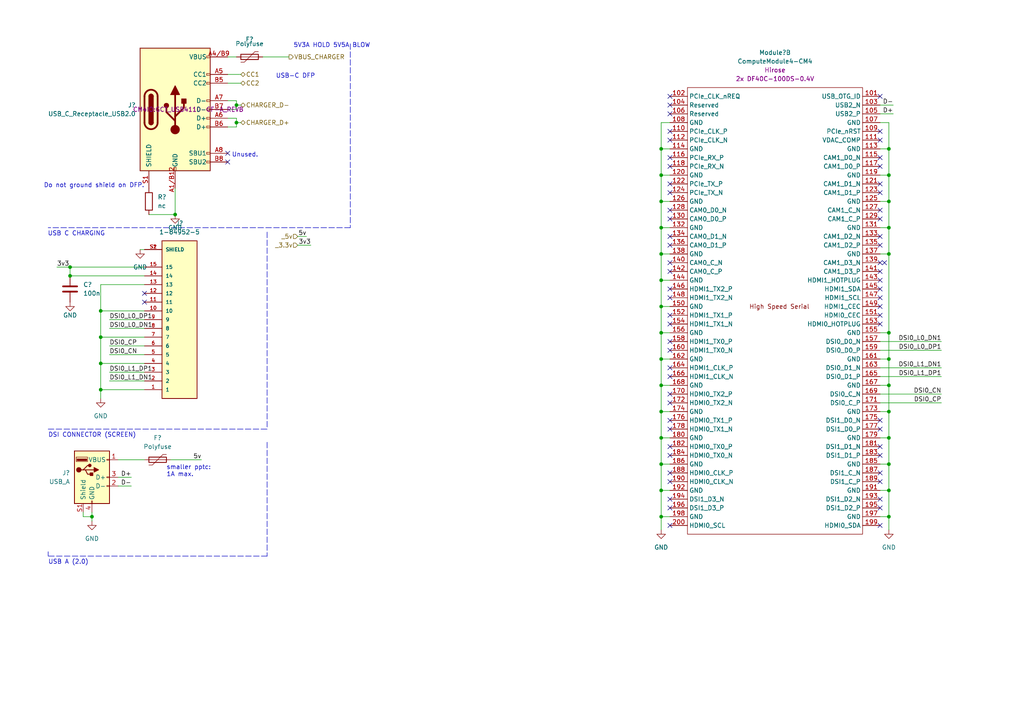
<source format=kicad_sch>
(kicad_sch (version 20211123) (generator eeschema)
  (paper "A4")
  (title_block (date "2022-05-14") (rev "Rev1") (comment 1 "https://github.com/cinnamondev/gamepithing"))
  (lib_symbols
    (symbol "84952-5:1-84952-5" (pin_names (offset 1.016))
      (property "Reference" "J" (at -5.08 24.13 0))
      (property "Value" "1-84952-5" (at -5.08 -25.4 0))
      (symbol "1-84952-5_0_0"
        (rectangle (start -5.08 -22.86) (end 5.08 22.86) (stroke (width 0.254)) (fill (type background)))
        (pin passive line (at -10.16 20.32 0) (length 5.08) (name "1") (number "1"))
        (pin passive line (at -10.16 -2.54 0) (length 5.08) (name "10") (number "10"))
        (pin passive line (at -10.16 -5.08 0) (length 5.08) (name "11") (number "11"))
        (pin passive line (at -10.16 -7.62 0) (length 5.08) (name "12") (number "12"))
        (pin passive line (at -10.16 -10.16 0) (length 5.08) (name "13") (number "13"))
        (pin passive line (at -10.16 -12.7 0) (length 5.08) (name "14") (number "14"))
        (pin passive line (at -10.16 -15.24 0) (length 5.08) (name "15") (number "15"))
        (pin passive line (at -10.16 17.78 0) (length 5.08) (name "2") (number "2"))
        (pin passive line (at -10.16 15.24 0) (length 5.08) (name "3") (number "3"))
        (pin passive line (at -10.16 12.7 0) (length 5.08) (name "4") (number "4"))
        (pin passive line (at -10.16 10.16 0) (length 5.08) (name "5") (number "5"))
        (pin passive line (at -10.16 7.62 0) (length 5.08) (name "6") (number "6"))
        (pin passive line (at -10.16 5.08 0) (length 5.08) (name "7") (number "7"))
        (pin passive line (at -10.16 2.54 0) (length 5.08) (name "8") (number "8"))
        (pin passive line (at -10.16 0 0) (length 5.08) (name "9") (number "9"))
        (pin passive line (at -10.16 -20.32 0) (length 5.08) (name "SHIELD") (number "S1"))
        (pin passive line (at -10.16 -20.32 0) (length 5.08) (name "SHIELD") (number "S2"))
      )
    )
    (symbol "CM4IO:ComputeModule4-CM4"
      (property "Reference" "Module" (at 113.03 -68.58 0))
      (property "Value" "ComputeModule4-CM4" (at 140.97 2.54 0))
      (property "Field4" "Hirose" (at 0 0 0))
      (property "Field5" "2x DF40C-100DS-0.4V" (at 0 -2.54 0))
      (symbol "ComputeModule4-CM4_1_0"
        (text "GPIO" (at 0 6.35 0) (effects (font (size 1.27 1.27))))
      )
      (symbol "ComputeModule4-CM4_1_1"
        (rectangle (start -30.48 -71.12) (end 25.4 58.42))
        (text "600mA Max" (at -8.89 -53.34 0) (effects (font (size 1.27 1.27))))
        (text "600mA Max" (at -8.89 -48.26 0) (effects (font (size 1.27 1.27))))
        (text "NB SD signals are only available" (at -1.27 -27.94 0) (effects (font (size 1.27 1.27))))
        (text "on modules without eMMC" (at -1.27 -30.48 0) (effects (font (size 1.27 1.27))))
        (pin power_in line (at 27.94 55.88 180) (length 2.54) (name "GND") (number "1"))
        (pin passive line (at -33.02 45.72 0) (length 2.54) (name "Ethernet_Pair0_N") (number "10"))
        (pin output line (at -33.02 -68.58 0) (length 2.54) (name "nEXTRST") (number "100"))
        (pin passive line (at 27.94 43.18 180) (length 2.54) (name "Ethernet_Pair2_P") (number "11"))
        (pin passive line (at -33.02 43.18 0) (length 2.54) (name "Ethernet_Pair0_P") (number "12"))
        (pin power_in line (at 27.94 40.64 180) (length 2.54) (name "GND") (number "13"))
        (pin power_in line (at -33.02 40.64 0) (length 2.54) (name "GND") (number "14"))
        (pin output line (at 27.94 38.1 180) (length 2.54) (name "Ethernet_nLED3(3.3v)") (number "15"))
        (pin input line (at -33.02 38.1 0) (length 2.54) (name "Ethernet_SYNC_IN(1.8v)") (number "16"))
        (pin output line (at 27.94 35.56 180) (length 2.54) (name "Ethernet_nLED2(3.3v)") (number "17"))
        (pin input line (at -33.02 35.56 0) (length 2.54) (name "Ethernet_SYNC_OUT(1.8v)") (number "18"))
        (pin output line (at 27.94 33.02 180) (length 2.54) (name "Ethernet_nLED1(3.3v)") (number "19"))
        (pin power_in line (at -33.02 55.88 0) (length 2.54) (name "GND") (number "2"))
        (pin passive line (at -33.02 33.02 0) (length 2.54) (name "EEPROM_nWP") (number "20"))
        (pin open_collector line (at 27.94 30.48 180) (length 2.54) (name "PI_nLED_Activity") (number "21"))
        (pin power_in line (at -33.02 30.48 0) (length 2.54) (name "GND") (number "22"))
        (pin power_in line (at 27.94 27.94 180) (length 2.54) (name "GND") (number "23"))
        (pin passive line (at -33.02 27.94 0) (length 2.54) (name "GPIO26") (number "24"))
        (pin passive line (at 27.94 25.4 180) (length 2.54) (name "GPIO21") (number "25"))
        (pin passive line (at -33.02 25.4 0) (length 2.54) (name "GPIO19") (number "26"))
        (pin passive line (at 27.94 22.86 180) (length 2.54) (name "GPIO20") (number "27"))
        (pin passive line (at -33.02 22.86 0) (length 2.54) (name "GPIO13") (number "28"))
        (pin passive line (at 27.94 20.32 180) (length 2.54) (name "GPIO16") (number "29"))
        (pin passive line (at 27.94 53.34 180) (length 2.54) (name "Ethernet_Pair3_P") (number "3"))
        (pin passive line (at -33.02 20.32 0) (length 2.54) (name "GPIO6") (number "30"))
        (pin passive line (at 27.94 17.78 180) (length 2.54) (name "GPIO12") (number "31"))
        (pin power_in line (at -33.02 17.78 0) (length 2.54) (name "GND") (number "32"))
        (pin power_in line (at 27.94 15.24 180) (length 2.54) (name "GND") (number "33"))
        (pin passive line (at -33.02 15.24 0) (length 2.54) (name "GPIO5") (number "34"))
        (pin passive line (at 27.94 12.7 180) (length 2.54) (name "ID_SC") (number "35"))
        (pin passive line (at -33.02 12.7 0) (length 2.54) (name "ID_SD") (number "36"))
        (pin passive line (at 27.94 10.16 180) (length 2.54) (name "GPIO7") (number "37"))
        (pin passive line (at -33.02 10.16 0) (length 2.54) (name "GPIO11") (number "38"))
        (pin passive line (at 27.94 7.62 180) (length 2.54) (name "GPIO8") (number "39"))
        (pin passive line (at -33.02 53.34 0) (length 2.54) (name "Ethernet_Pair1_P") (number "4"))
        (pin passive line (at -33.02 7.62 0) (length 2.54) (name "GPIO9") (number "40"))
        (pin passive line (at 27.94 5.08 180) (length 2.54) (name "GPIO25") (number "41"))
        (pin power_in line (at -33.02 5.08 0) (length 2.54) (name "GND") (number "42"))
        (pin power_in line (at 27.94 2.54 180) (length 2.54) (name "GND") (number "43"))
        (pin passive line (at -33.02 2.54 0) (length 2.54) (name "GPIO10") (number "44"))
        (pin passive line (at 27.94 0 180) (length 2.54) (name "GPIO24") (number "45"))
        (pin passive line (at -33.02 0 0) (length 2.54) (name "GPIO22") (number "46"))
        (pin passive line (at 27.94 -2.54 180) (length 2.54) (name "GPIO23") (number "47"))
        (pin passive line (at -33.02 -2.54 0) (length 2.54) (name "GPIO27") (number "48"))
        (pin passive line (at 27.94 -5.08 180) (length 2.54) (name "GPIO18") (number "49"))
        (pin passive line (at 27.94 50.8 180) (length 2.54) (name "Ethernet_Pair3_N") (number "5"))
        (pin passive line (at -33.02 -5.08 0) (length 2.54) (name "GPIO17") (number "50"))
        (pin passive line (at 27.94 -7.62 180) (length 2.54) (name "GPIO15") (number "51"))
        (pin power_in line (at -33.02 -7.62 0) (length 2.54) (name "GND") (number "52"))
        (pin power_in line (at 27.94 -10.16 180) (length 2.54) (name "GND") (number "53"))
        (pin passive line (at -33.02 -10.16 0) (length 2.54) (name "GPIO4") (number "54"))
        (pin passive line (at 27.94 -12.7 180) (length 2.54) (name "GPIO14") (number "55"))
        (pin passive line (at -33.02 -12.7 0) (length 2.54) (name "GPIO3") (number "56"))
        (pin passive line (at 27.94 -15.24 180) (length 2.54) (name "SD_CLK") (number "57"))
        (pin passive line (at -33.02 -15.24 0) (length 2.54) (name "GPIO2") (number "58"))
        (pin power_in line (at 27.94 -17.78 180) (length 2.54) (name "GND") (number "59"))
        (pin passive line (at -33.02 50.8 0) (length 2.54) (name "Ethernet_Pair1_N") (number "6"))
        (pin power_in line (at -33.02 -17.78 0) (length 2.54) (name "GND") (number "60"))
        (pin passive line (at 27.94 -20.32 180) (length 2.54) (name "SD_DAT3") (number "61"))
        (pin passive line (at -33.02 -20.32 0) (length 2.54) (name "SD_CMD") (number "62"))
        (pin passive line (at 27.94 -22.86 180) (length 2.54) (name "SD_DAT0") (number "63"))
        (pin passive line (at -33.02 -22.86 0) (length 2.54) (name "SD_DAT5") (number "64"))
        (pin power_in line (at 27.94 -25.4 180) (length 2.54) (name "GND") (number "65"))
        (pin power_in line (at -33.02 -25.4 0) (length 2.54) (name "GND") (number "66"))
        (pin passive line (at 27.94 -27.94 180) (length 2.54) (name "SD_DAT1") (number "67"))
        (pin passive line (at -33.02 -27.94 0) (length 2.54) (name "SD_DAT4") (number "68"))
        (pin passive line (at 27.94 -30.48 180) (length 2.54) (name "SD_DAT2") (number "69"))
        (pin power_in line (at 27.94 48.26 180) (length 2.54) (name "GND") (number "7"))
        (pin passive line (at -33.02 -30.48 0) (length 2.54) (name "SD_DAT7") (number "70"))
        (pin power_in line (at 27.94 -33.02 180) (length 2.54) (name "GND") (number "71"))
        (pin passive line (at -33.02 -33.02 0) (length 2.54) (name "SD_DAT6") (number "72"))
        (pin input line (at 27.94 -35.56 180) (length 2.54) (name "SD_VDD_Override") (number "73"))
        (pin power_in line (at -33.02 -35.56 0) (length 2.54) (name "GND") (number "74"))
        (pin output line (at 27.94 -38.1 180) (length 2.54) (name "SD_PWR_ON") (number "75"))
        (pin passive line (at -33.02 -38.1 0) (length 2.54) (name "Reserved") (number "76"))
        (pin power_in line (at 27.94 -40.64 180) (length 2.54) (name "+5v_(Input)") (number "77"))
        (pin power_in line (at -33.02 -40.64 0) (length 2.54) (name "GPIO_VREF(1.8v/3.3v_Input)") (number "78"))
        (pin power_in line (at 27.94 -43.18 180) (length 2.54) (name "+5v_(Input)") (number "79"))
        (pin power_in line (at -33.02 48.26 0) (length 2.54) (name "GND") (number "8"))
        (pin passive line (at -33.02 -43.18 0) (length 2.54) (name "SCL0") (number "80"))
        (pin power_in line (at 27.94 -45.72 180) (length 2.54) (name "+5v_(Input)") (number "81"))
        (pin passive line (at -33.02 -45.72 0) (length 2.54) (name "SDA0") (number "82"))
        (pin power_in line (at 27.94 -48.26 180) (length 2.54) (name "+5v_(Input)") (number "83"))
        (pin power_out line (at -33.02 -48.26 0) (length 2.54) (name "+3.3v_(Output)") (number "84"))
        (pin power_in line (at 27.94 -50.8 180) (length 2.54) (name "+5v_(Input)") (number "85"))
        (pin power_out line (at -33.02 -50.8 0) (length 2.54) (name "+3.3v_(Output)") (number "86"))
        (pin power_in line (at 27.94 -53.34 180) (length 2.54) (name "+5v_(Input)") (number "87"))
        (pin power_out line (at -33.02 -53.34 0) (length 2.54) (name "+1.8v_(Output)") (number "88"))
        (pin power_in line (at 27.94 -55.88 180) (length 2.54) (name "WiFi_nDisable") (number "89"))
        (pin passive line (at 27.94 45.72 180) (length 2.54) (name "Ethernet_Pair2_N") (number "9"))
        (pin power_out line (at -33.02 -55.88 0) (length 2.54) (name "+1.8v_(Output)") (number "90"))
        (pin power_in line (at 27.94 -58.42 180) (length 2.54) (name "BT_nDisable") (number "91"))
        (pin passive line (at -33.02 -58.42 0) (length 2.54) (name "RUN_PG") (number "92"))
        (pin input line (at 27.94 -60.96 180) (length 2.54) (name "nRPIBOOT") (number "93"))
        (pin passive line (at -33.02 -60.96 0) (length 2.54) (name "AnalogIP1") (number "94"))
        (pin output line (at 27.94 -63.5 180) (length 2.54) (name "nPI_LED_PWR") (number "95"))
        (pin passive line (at -33.02 -63.5 0) (length 2.54) (name "AnalogIP0") (number "96"))
        (pin passive line (at 27.94 -66.04 180) (length 2.54) (name "Camera_GPIO") (number "97"))
        (pin power_in line (at -33.02 -66.04 0) (length 2.54) (name "GND") (number "98"))
        (pin input line (at 27.94 -68.58 180) (length 2.54) (name "Global_EN") (number "99"))
      )
      (symbol "ComputeModule4-CM4_2_1"
        (rectangle (start 114.3 -66.04) (end 165.1 63.5))
        (text "High Speed Serial" (at 140.97 0 0) (effects (font (size 1.27 1.27))))
        (pin input line (at 170.18 60.96 180) (length 5.08) (name "USB_OTG_ID") (number "101"))
        (pin input line (at 109.22 60.96 0) (length 5.08) (name "PCIe_CLK_nREQ") (number "102"))
        (pin passive line (at 170.18 58.42 180) (length 5.08) (name "USB2_N") (number "103"))
        (pin passive line (at 109.22 58.42 0) (length 5.08) (name "Reserved") (number "104"))
        (pin passive line (at 170.18 55.88 180) (length 5.08) (name "USB2_P") (number "105"))
        (pin passive line (at 109.22 55.88 0) (length 5.08) (name "Reserved") (number "106"))
        (pin power_in line (at 170.18 53.34 180) (length 5.08) (name "GND") (number "107"))
        (pin power_in line (at 109.22 53.34 0) (length 5.08) (name "GND") (number "108"))
        (pin bidirectional line (at 170.18 50.8 180) (length 5.08) (name "PCIe_nRST") (number "109"))
        (pin output line (at 109.22 50.8 0) (length 5.08) (name "PCIe_CLK_P") (number "110"))
        (pin passive line (at 170.18 48.26 180) (length 5.08) (name "VDAC_COMP") (number "111"))
        (pin output line (at 109.22 48.26 0) (length 5.08) (name "PCIe_CLK_N") (number "112"))
        (pin power_in line (at 170.18 45.72 180) (length 5.08) (name "GND") (number "113"))
        (pin power_in line (at 109.22 45.72 0) (length 5.08) (name "GND") (number "114"))
        (pin input line (at 170.18 43.18 180) (length 5.08) (name "CAM1_D0_N") (number "115"))
        (pin input line (at 109.22 43.18 0) (length 5.08) (name "PCIe_RX_P") (number "116"))
        (pin input line (at 170.18 40.64 180) (length 5.08) (name "CAM1_D0_P") (number "117"))
        (pin input line (at 109.22 40.64 0) (length 5.08) (name "PCIe_RX_N") (number "118"))
        (pin power_in line (at 170.18 38.1 180) (length 5.08) (name "GND") (number "119"))
        (pin power_in line (at 109.22 38.1 0) (length 5.08) (name "GND") (number "120"))
        (pin input line (at 170.18 35.56 180) (length 5.08) (name "CAM1_D1_N") (number "121"))
        (pin output line (at 109.22 35.56 0) (length 5.08) (name "PCIe_TX_P") (number "122"))
        (pin input line (at 170.18 33.02 180) (length 5.08) (name "CAM1_D1_P") (number "123"))
        (pin output line (at 109.22 33.02 0) (length 5.08) (name "PCIe_TX_N") (number "124"))
        (pin power_in line (at 170.18 30.48 180) (length 5.08) (name "GND") (number "125"))
        (pin power_in line (at 109.22 30.48 0) (length 5.08) (name "GND") (number "126"))
        (pin input line (at 170.18 27.94 180) (length 5.08) (name "CAM1_C_N") (number "127"))
        (pin input line (at 109.22 27.94 0) (length 5.08) (name "CAM0_D0_N") (number "128"))
        (pin input line (at 170.18 25.4 180) (length 5.08) (name "CAM1_C_P") (number "129"))
        (pin input line (at 109.22 25.4 0) (length 5.08) (name "CAM0_D0_P") (number "130"))
        (pin power_in line (at 170.18 22.86 180) (length 5.08) (name "GND") (number "131"))
        (pin power_in line (at 109.22 22.86 0) (length 5.08) (name "GND") (number "132"))
        (pin input line (at 170.18 20.32 180) (length 5.08) (name "CAM1_D2_N") (number "133"))
        (pin input line (at 109.22 20.32 0) (length 5.08) (name "CAM0_D1_N") (number "134"))
        (pin input line (at 170.18 17.78 180) (length 5.08) (name "CAM1_D2_P") (number "135"))
        (pin input line (at 109.22 17.78 0) (length 5.08) (name "CAM0_D1_P") (number "136"))
        (pin power_in line (at 170.18 15.24 180) (length 5.08) (name "GND") (number "137"))
        (pin power_in line (at 109.22 15.24 0) (length 5.08) (name "GND") (number "138"))
        (pin input line (at 170.18 12.7 180) (length 5.08) (name "CAM1_D3_N") (number "139"))
        (pin input line (at 109.22 12.7 0) (length 5.08) (name "CAM0_C_N") (number "140"))
        (pin input line (at 170.18 10.16 180) (length 5.08) (name "CAM1_D3_P") (number "141"))
        (pin input line (at 109.22 10.16 0) (length 5.08) (name "CAM0_C_P") (number "142"))
        (pin input line (at 170.18 7.62 180) (length 5.08) (name "HDMI1_HOTPLUG") (number "143"))
        (pin power_in line (at 109.22 7.62 0) (length 5.08) (name "GND") (number "144"))
        (pin bidirectional line (at 170.18 5.08 180) (length 5.08) (name "HDMI1_SDA") (number "145"))
        (pin output line (at 109.22 5.08 0) (length 5.08) (name "HDMI1_TX2_P") (number "146"))
        (pin open_collector line (at 170.18 2.54 180) (length 5.08) (name "HDMI1_SCL") (number "147"))
        (pin output line (at 109.22 2.54 0) (length 5.08) (name "HDMI1_TX2_N") (number "148"))
        (pin open_collector line (at 170.18 0 180) (length 5.08) (name "HDMI1_CEC") (number "149"))
        (pin power_in line (at 109.22 0 0) (length 5.08) (name "GND") (number "150"))
        (pin open_collector line (at 170.18 -2.54 180) (length 5.08) (name "HDMI0_CEC") (number "151"))
        (pin output line (at 109.22 -2.54 0) (length 5.08) (name "HDMI1_TX1_P") (number "152"))
        (pin input line (at 170.18 -5.08 180) (length 5.08) (name "HDMI0_HOTPLUG") (number "153"))
        (pin output line (at 109.22 -5.08 0) (length 5.08) (name "HDMI1_TX1_N") (number "154"))
        (pin power_in line (at 170.18 -7.62 180) (length 5.08) (name "GND") (number "155"))
        (pin power_in line (at 109.22 -7.62 0) (length 5.08) (name "GND") (number "156"))
        (pin output line (at 170.18 -10.16 180) (length 5.08) (name "DSI0_D0_N") (number "157"))
        (pin output line (at 109.22 -10.16 0) (length 5.08) (name "HDMI1_TX0_P") (number "158"))
        (pin output line (at 170.18 -12.7 180) (length 5.08) (name "DSI0_D0_P") (number "159"))
        (pin output line (at 109.22 -12.7 0) (length 5.08) (name "HDMI1_TX0_N") (number "160"))
        (pin power_in line (at 170.18 -15.24 180) (length 5.08) (name "GND") (number "161"))
        (pin power_in line (at 109.22 -15.24 0) (length 5.08) (name "GND") (number "162"))
        (pin output line (at 170.18 -17.78 180) (length 5.08) (name "DSI0_D1_N") (number "163"))
        (pin output line (at 109.22 -17.78 0) (length 5.08) (name "HDMI1_CLK_P") (number "164"))
        (pin output line (at 170.18 -20.32 180) (length 5.08) (name "DSI0_D1_P") (number "165"))
        (pin output line (at 109.22 -20.32 0) (length 5.08) (name "HDMI1_CLK_N") (number "166"))
        (pin power_in line (at 170.18 -22.86 180) (length 5.08) (name "GND") (number "167"))
        (pin power_in line (at 109.22 -22.86 0) (length 5.08) (name "GND") (number "168"))
        (pin output line (at 170.18 -25.4 180) (length 5.08) (name "DSI0_C_N") (number "169"))
        (pin output line (at 109.22 -25.4 0) (length 5.08) (name "HDMI0_TX2_P") (number "170"))
        (pin output line (at 170.18 -27.94 180) (length 5.08) (name "DSI0_C_P") (number "171"))
        (pin output line (at 109.22 -27.94 0) (length 5.08) (name "HDMI0_TX2_N") (number "172"))
        (pin power_in line (at 170.18 -30.48 180) (length 5.08) (name "GND") (number "173"))
        (pin power_in line (at 109.22 -30.48 0) (length 5.08) (name "GND") (number "174"))
        (pin output line (at 170.18 -33.02 180) (length 5.08) (name "DSI1_D0_N") (number "175"))
        (pin output line (at 109.22 -33.02 0) (length 5.08) (name "HDMI0_TX1_P") (number "176"))
        (pin output line (at 170.18 -35.56 180) (length 5.08) (name "DSI1_D0_P") (number "177"))
        (pin output line (at 109.22 -35.56 0) (length 5.08) (name "HDMI0_TX1_N") (number "178"))
        (pin power_in line (at 170.18 -38.1 180) (length 5.08) (name "GND") (number "179"))
        (pin power_in line (at 109.22 -38.1 0) (length 5.08) (name "GND") (number "180"))
        (pin output line (at 170.18 -40.64 180) (length 5.08) (name "DSI1_D1_N") (number "181"))
        (pin output line (at 109.22 -40.64 0) (length 5.08) (name "HDMI0_TX0_P") (number "182"))
        (pin output line (at 170.18 -43.18 180) (length 5.08) (name "DSI1_D1_P") (number "183"))
        (pin output line (at 109.22 -43.18 0) (length 5.08) (name "HDMI0_TX0_N") (number "184"))
        (pin power_in line (at 170.18 -45.72 180) (length 5.08) (name "GND") (number "185"))
        (pin power_in line (at 109.22 -45.72 0) (length 5.08) (name "GND") (number "186"))
        (pin output line (at 170.18 -48.26 180) (length 5.08) (name "DSI1_C_N") (number "187"))
        (pin output line (at 109.22 -48.26 0) (length 5.08) (name "HDMI0_CLK_P") (number "188"))
        (pin output line (at 170.18 -50.8 180) (length 5.08) (name "DSI1_C_P") (number "189"))
        (pin output line (at 109.22 -50.8 0) (length 5.08) (name "HDMI0_CLK_N") (number "190"))
        (pin power_in line (at 170.18 -53.34 180) (length 5.08) (name "GND") (number "191"))
        (pin power_in line (at 109.22 -53.34 0) (length 5.08) (name "GND") (number "192"))
        (pin output line (at 170.18 -55.88 180) (length 5.08) (name "DSI1_D2_N") (number "193"))
        (pin output line (at 109.22 -55.88 0) (length 5.08) (name "DSI1_D3_N") (number "194"))
        (pin output line (at 170.18 -58.42 180) (length 5.08) (name "DSI1_D2_P") (number "195"))
        (pin output line (at 109.22 -58.42 0) (length 5.08) (name "DSI1_D3_P") (number "196"))
        (pin power_in line (at 170.18 -60.96 180) (length 5.08) (name "GND") (number "197"))
        (pin power_in line (at 109.22 -60.96 0) (length 5.08) (name "GND") (number "198"))
        (pin bidirectional line (at 170.18 -63.5 180) (length 5.08) (name "HDMI0_SDA") (number "199"))
        (pin open_collector line (at 109.22 -63.5 0) (length 5.08) (name "HDMI0_SCL") (number "200"))
      )
    )
    (symbol "Connector:USB_A" (pin_names (offset 1.016))
      (property "Reference" "J3" (at -6.35 1.2701 0))
      (property "Value" "USB_A" (at -6.35 -1.2699 0))
      (symbol "USB_A_0_1"
        (rectangle (start -5.08 -7.62) (end 5.08 7.62) (stroke (width 0.254)) (fill (type background)))
        (circle (center -3.81 2.159) (radius 0.635) (stroke (width 0.254)) (fill (type outline)))
        (rectangle (start -1.524 4.826) (end -4.318 5.334) (fill (type outline)))
        (rectangle (start -1.27 4.572) (end -4.572 5.842))
        (circle (center -0.635 3.429) (radius 0.381) (stroke (width 0.254)) (fill (type outline)))
        (rectangle (start -0.127 -7.62) (end 0.127 -6.858))
        (polyline (pts (xy -3.175 2.159) (xy -2.54 2.159) (xy -1.27 3.429) (xy -0.635 3.429)) (stroke (width 0.254)))
        (polyline (pts (xy -2.54 2.159) (xy -1.905 2.159) (xy -1.27 0.889) (xy 0 0.889)) (stroke (width 0.254)))
        (polyline (pts (xy 0.635 2.794) (xy 0.635 1.524) (xy 1.905 2.159) (xy 0.635 2.794)) (stroke (width 0.254)) (fill (type outline)))
        (rectangle (start 0.254 1.27) (end -0.508 0.508) (stroke (width 0.254)) (fill (type outline)))
        (rectangle (start 5.08 -2.667) (end 4.318 -2.413))
        (rectangle (start 5.08 -0.127) (end 4.318 0.127))
        (rectangle (start 5.08 4.953) (end 4.318 5.207))
      )
      (symbol "USB_A_1_1"
        (polyline (pts (xy -1.905 2.159) (xy 0.635 2.159)) (stroke (width 0.254)))
        (pin power_in line (at 7.62 5.08 180) (length 2.54) (name "VBUS") (number "1"))
        (pin bidirectional line (at 7.62 -2.54 180) (length 2.54) (name "D-") (number "2"))
        (pin bidirectional line (at 7.62 0 180) (length 2.54) (name "D+") (number "3"))
        (pin power_in line (at 0 -10.16 90) (length 2.54) (name "GND") (number "4"))
        (pin passive line (at -2.54 -10.16 90) (length 2.54) (name "Shield") (number "S1"))
        (pin passive line (at -2.54 -10.16 90) (length 2.54) hide (name "Shield") (number "S2"))
      )
    )
    (symbol "Connector:USB_C_Receptacle_USB2.0" (pin_names (offset 1.016))
      (property "Reference" "J4" (at -11.43 1.2701 0))
      (property "Value" "USB_C_Receptacle_USB2.0" (at -11.43 -1.2699 0))
      (property "Footprint" "CM4IO:GCT_USB4110-GF-A_REVB" (at 3.81 0 0))
      (symbol "USB_C_Receptacle_USB2.0_0_0"
        (rectangle (start -0.254 -17.78) (end 0.254 -16.764))
        (rectangle (start 10.16 -14.986) (end 9.144 -15.494))
        (rectangle (start 10.16 -12.446) (end 9.144 -12.954))
        (rectangle (start 10.16 -4.826) (end 9.144 -5.334))
        (rectangle (start 10.16 -2.286) (end 9.144 -2.794))
        (rectangle (start 10.16 0.254) (end 9.144 -0.254))
        (rectangle (start 10.16 2.794) (end 9.144 2.286))
        (rectangle (start 10.16 7.874) (end 9.144 7.366))
        (rectangle (start 10.16 10.414) (end 9.144 9.906))
        (rectangle (start 10.16 15.494) (end 9.144 14.986))
      )
      (symbol "USB_C_Receptacle_USB2.0_0_1"
        (rectangle (start -10.16 17.78) (end 10.16 -17.78) (stroke (width 0.254)) (fill (type background)))
        (arc (start -8.89 -3.81) (mid -6.985 -5.715) (end -5.08 -3.81) (stroke (width 0.508)))
        (arc (start -7.62 -3.81) (mid -6.985 -4.445) (end -6.35 -3.81) (stroke (width 0.254)))
        (arc (start -7.62 -3.81) (mid -6.985 -4.445) (end -6.35 -3.81) (stroke (width 0.254)) (fill (type outline)))
        (rectangle (start -7.62 -3.81) (end -6.35 3.81) (stroke (width 0.254)) (fill (type outline)))
        (arc (start -6.35 3.81) (mid -6.985 4.445) (end -7.62 3.81) (stroke (width 0.254)))
        (arc (start -6.35 3.81) (mid -6.985 4.445) (end -7.62 3.81) (stroke (width 0.254)) (fill (type outline)))
        (arc (start -5.08 3.81) (mid -6.985 5.715) (end -8.89 3.81) (stroke (width 0.508)))
        (circle (center -2.54 1.143) (radius 0.635) (stroke (width 0.254)) (fill (type outline)))
        (circle (center 0 -5.842) (radius 1.27) (fill (type outline)))
        (polyline (pts (xy -8.89 -3.81) (xy -8.89 3.81)) (stroke (width 0.508)))
        (polyline (pts (xy -5.08 3.81) (xy -5.08 -3.81)) (stroke (width 0.508)))
        (polyline (pts (xy 0 -5.842) (xy 0 4.318)) (stroke (width 0.508)))
        (polyline (pts (xy 0 -3.302) (xy -2.54 -0.762) (xy -2.54 0.508)) (stroke (width 0.508)))
        (polyline (pts (xy 0 -2.032) (xy 2.54 0.508) (xy 2.54 1.778)) (stroke (width 0.508)))
        (polyline (pts (xy -1.27 4.318) (xy 0 6.858) (xy 1.27 4.318) (xy -1.27 4.318)) (stroke (width 0.254)) (fill (type outline)))
        (rectangle (start 1.905 1.778) (end 3.175 3.048) (stroke (width 0.254)) (fill (type outline)))
      )
      (symbol "USB_C_Receptacle_USB2.0_1_1"
        (pin passive line (at 0 -22.86 90) (length 5.08) (name "GND") (number "A1/B12"))
        (pin passive line (at 15.24 15.24 180) (length 5.08) (name "VBUS") (number "A4/B9"))
        (pin bidirectional line (at 15.24 10.16 180) (length 5.08) (name "CC1") (number "A5"))
        (pin bidirectional line (at 15.24 -2.54 180) (length 5.08) (name "D+") (number "A6"))
        (pin bidirectional line (at 15.24 2.54 180) (length 5.08) (name "D-") (number "A7"))
        (pin bidirectional line (at 15.24 -12.7 180) (length 5.08) (name "SBU1") (number "A8"))
        (pin passive line (at 0 -22.86 90) (length 5.08) hide (name "GND") (number "B1/A12"))
        (pin passive line (at 15.24 15.24 180) (length 5.08) hide (name "VBUS") (number "B4/A9"))
        (pin bidirectional line (at 15.24 7.62 180) (length 5.08) (name "CC2") (number "B5"))
        (pin bidirectional line (at 15.24 -5.08 180) (length 5.08) (name "D+") (number "B6"))
        (pin bidirectional line (at 15.24 0 180) (length 5.08) (name "D-") (number "B7"))
        (pin bidirectional line (at 15.24 -15.24 180) (length 5.08) (name "SBU2") (number "B8"))
        (pin passive line (at -7.62 -22.86 90) (length 5.08) (name "SHIELD") (number "S1"))
      )
    )
    (symbol "Device:C" (pin_numbers hide) (pin_names (offset 0.254))
      (property "Reference" "C" (at 0.635 2.54 0))
      (property "Value" "C" (at 0.635 -2.54 0))
      (symbol "C_0_1"
        (polyline (pts (xy -2.032 -0.762) (xy 2.032 -0.762)) (stroke (width 0.508)))
        (polyline (pts (xy -2.032 0.762) (xy 2.032 0.762)) (stroke (width 0.508)))
      )
      (symbol "C_1_1"
        (pin passive line (at 0 3.81 270) (length 2.794) (name "~") (number "1"))
        (pin passive line (at 0 -3.81 90) (length 2.794) (name "~") (number "2"))
      )
    )
    (symbol "Device:Polyfuse" (pin_numbers hide) (pin_names (offset 0))
      (property "Reference" "F" (at -2.54 0 90))
      (property "Value" "Polyfuse" (at 2.54 0 90))
      (symbol "Polyfuse_0_1"
        (rectangle (start -0.762 2.54) (end 0.762 -2.54) (stroke (width 0.254)))
        (polyline (pts (xy 0 2.54) (xy 0 -2.54)))
        (polyline (pts (xy -1.524 2.54) (xy -1.524 1.524) (xy 1.524 -1.524) (xy 1.524 -2.54)))
      )
      (symbol "Polyfuse_1_1"
        (pin passive line (at 0 3.81 270) (length 1.27) (name "~") (number "1"))
        (pin passive line (at 0 -3.81 90) (length 1.27) (name "~") (number "2"))
      )
    )
    (symbol "Device:R" (pin_numbers hide) (pin_names (offset 0))
      (property "Reference" "R" (at 2.032 0 90))
      (property "Value" "R" (at 0 0 90))
      (symbol "R_0_1"
        (rectangle (start -1.016 -2.54) (end 1.016 2.54) (stroke (width 0.254)))
      )
      (symbol "R_1_1"
        (pin passive line (at 0 3.81 270) (length 1.27) (name "~") (number "1"))
        (pin passive line (at 0 -3.81 90) (length 1.27) (name "~") (number "2"))
      )
    )
    (symbol "power:GND" (power) (pin_names (offset 0))
      (property "Value" "GND" (at 0 -3.81 0))
      (symbol "GND_0_1"
        (polyline (pts (xy 0 0) (xy 0 -1.27) (xy 1.27 -1.27) (xy 0 -2.54) (xy -1.27 -1.27) (xy 0 -1.27)))
      )
      (symbol "GND_1_1"
        (pin power_in line (at 0 0 270) (length 0) hide (name "GND") (number "1"))
      )
    )
  )
  (junction (at 257.81 73.66))
  (junction (at 191.77 66.04))
  (junction (at 191.77 73.66))
  (junction (at 257.81 127))
  (junction (at 191.77 58.42))
  (junction (at 257.81 134.62))
  (junction (at 191.77 149.86))
  (junction (at 257.81 43.18))
  (junction (at 257.81 96.52))
  (junction (at 20.32 80.01))
  (junction (at 257.81 119.38))
  (junction (at 50.8 62.23))
  (junction (at 191.77 43.18))
  (junction (at 191.77 119.38))
  (junction (at 257.81 50.8))
  (junction (at 191.77 104.14))
  (junction (at 20.32 77.47))
  (junction (at 191.77 96.52))
  (junction (at 191.77 142.24))
  (junction (at 257.81 142.24))
  (junction (at 191.77 81.28))
  (junction (at 191.77 111.76))
  (junction (at 257.81 66.04))
  (junction (at 29.21 90.17))
  (junction (at 29.21 105.41))
  (junction (at 191.77 50.8))
  (junction (at 257.81 149.86))
  (junction (at 257.81 104.14))
  (junction (at 68.58 35.56))
  (junction (at 191.77 134.62))
  (junction (at 257.81 111.76))
  (junction (at 191.77 127))
  (junction (at 29.21 113.03))
  (junction (at 257.81 58.42))
  (junction (at 26.67 149.86))
  (junction (at 191.77 88.9))
  (junction (at 29.21 97.79))
  (junction (at 68.58 30.48))
  (no_connect (at 66.04 44.45))
  (no_connect (at 66.04 46.99))
  (no_connect (at 194.31 152.4))
  (no_connect (at 194.31 144.78))
  (no_connect (at 194.31 147.32))
  (no_connect (at 194.31 129.54))
  (no_connect (at 194.31 132.08))
  (no_connect (at 194.31 137.16))
  (no_connect (at 194.31 139.7))
  (no_connect (at 194.31 114.3))
  (no_connect (at 194.31 116.84))
  (no_connect (at 194.31 121.92))
  (no_connect (at 194.31 124.46))
  (no_connect (at 255.27 38.1))
  (no_connect (at 255.27 40.64))
  (no_connect (at 255.27 27.94))
  (no_connect (at 255.27 55.88))
  (no_connect (at 255.27 53.34))
  (no_connect (at 255.27 48.26))
  (no_connect (at 255.27 45.72))
  (no_connect (at 255.27 152.4))
  (no_connect (at 255.27 139.7))
  (no_connect (at 255.27 137.16))
  (no_connect (at 255.27 132.08))
  (no_connect (at 255.27 129.54))
  (no_connect (at 255.27 124.46))
  (no_connect (at 255.27 147.32))
  (no_connect (at 255.27 144.78))
  (no_connect (at 194.31 83.82))
  (no_connect (at 194.31 86.36))
  (no_connect (at 194.31 78.74))
  (no_connect (at 194.31 106.68))
  (no_connect (at 194.31 109.22))
  (no_connect (at 194.31 91.44))
  (no_connect (at 194.31 93.98))
  (no_connect (at 194.31 99.06))
  (no_connect (at 194.31 101.6))
  (no_connect (at 194.31 76.2))
  (no_connect (at 194.31 71.12))
  (no_connect (at 194.31 68.58))
  (no_connect (at 194.31 33.02))
  (no_connect (at 194.31 30.48))
  (no_connect (at 194.31 27.94))
  (no_connect (at 194.31 45.72))
  (no_connect (at 194.31 48.26))
  (no_connect (at 194.31 55.88))
  (no_connect (at 194.31 53.34))
  (no_connect (at 194.31 60.96))
  (no_connect (at 194.31 63.5))
  (no_connect (at 194.31 40.64))
  (no_connect (at 194.31 38.1))
  (no_connect (at 255.27 71.12))
  (no_connect (at 255.27 68.58))
  (no_connect (at 255.27 78.74))
  (no_connect (at 255.27 76.2))
  (no_connect (at 256.54 76.2))
  (no_connect (at 255.27 93.98))
  (no_connect (at 255.27 91.44))
  (no_connect (at 255.27 88.9))
  (no_connect (at 255.27 86.36))
  (no_connect (at 255.27 83.82))
  (no_connect (at 255.27 81.28))
  (no_connect (at 255.27 63.5))
  (no_connect (at 255.27 60.96))
  (no_connect (at 255.27 121.92))
  (no_connect (at 41.91 85.09))
  (no_connect (at 41.91 87.63))
  (wire (pts (xy 255.27 101.6) (xy 273.05 101.6)))
  (wire (pts (xy 194.31 66.04) (xy 191.77 66.04)))
  (wire (pts (xy 255.27 99.06) (xy 273.05 99.06)))
  (polyline (pts (xy 101.6 12.7) (xy 101.6 66.04)))
  (wire (pts (xy 257.81 104.14) (xy 257.81 111.76)))
  (wire (pts (xy 68.58 36.83) (xy 66.04 36.83)))
  (wire (pts (xy 194.31 43.18) (xy 191.77 43.18)))
  (wire (pts (xy 66.04 16.51) (xy 68.58 16.51)))
  (wire (pts (xy 29.21 90.17) (xy 41.91 90.17)))
  (wire (pts (xy 191.77 127) (xy 191.77 134.62)))
  (wire (pts (xy 255.27 66.04) (xy 257.81 66.04)))
  (wire (pts (xy 255.27 33.02) (xy 259.08 33.02)))
  (wire (pts (xy 191.77 73.66) (xy 191.77 81.28)))
  (wire (pts (xy 26.67 149.86) (xy 24.13 149.86)))
  (wire (pts (xy 20.32 77.47) (xy 20.32 80.01)))
  (wire (pts (xy 255.27 134.62) (xy 257.81 134.62)))
  (wire (pts (xy 257.81 35.56) (xy 257.81 43.18)))
  (polyline (pts (xy 13.97 124.46) (xy 77.47 124.46)))
  (wire (pts (xy 38.1 138.43) (xy 34.29 138.43)))
  (wire (pts (xy 29.21 82.55) (xy 41.91 82.55)))
  (wire (pts (xy 24.13 148.59) (xy 24.13 149.86)))
  (wire (pts (xy 49.53 133.35) (xy 58.42 133.35)))
  (wire (pts (xy 257.81 58.42) (xy 257.81 66.04)))
  (wire (pts (xy 191.77 134.62) (xy 191.77 142.24)))
  (wire (pts (xy 68.58 31.75) (xy 66.04 31.75)))
  (wire (pts (xy 255.27 149.86) (xy 257.81 149.86)))
  (wire (pts (xy 86.36 71.12) (xy 90.17 71.12)))
  (wire (pts (xy 255.27 96.52) (xy 257.81 96.52)))
  (wire (pts (xy 194.31 58.42) (xy 191.77 58.42)))
  (wire (pts (xy 194.31 127) (xy 191.77 127)))
  (wire (pts (xy 257.81 66.04) (xy 257.81 73.66)))
  (wire (pts (xy 20.32 80.01) (xy 41.91 80.01)))
  (wire (pts (xy 194.31 96.52) (xy 191.77 96.52)))
  (wire (pts (xy 191.77 81.28) (xy 194.31 81.28)))
  (wire (pts (xy 194.31 134.62) (xy 191.77 134.62)))
  (wire (pts (xy 191.77 66.04) (xy 191.77 73.66)))
  (wire (pts (xy 191.77 149.86) (xy 191.77 142.24)))
  (wire (pts (xy 194.31 104.14) (xy 191.77 104.14)))
  (wire (pts (xy 191.77 104.14) (xy 191.77 111.76)))
  (wire (pts (xy 69.85 35.56) (xy 68.58 35.56)))
  (wire (pts (xy 255.27 116.84) (xy 273.05 116.84)))
  (wire (pts (xy 69.85 30.48) (xy 68.58 30.48)))
  (wire (pts (xy 255.27 50.8) (xy 257.81 50.8)))
  (wire (pts (xy 255.27 142.24) (xy 257.81 142.24)))
  (wire (pts (xy 194.31 50.8) (xy 191.77 50.8)))
  (wire (pts (xy 29.21 113.03) (xy 29.21 105.41)))
  (wire (pts (xy 194.31 142.24) (xy 191.77 142.24)))
  (wire (pts (xy 257.81 73.66) (xy 257.81 96.52)))
  (wire (pts (xy 86.36 68.58) (xy 88.9 68.58)))
  (wire (pts (xy 31.75 107.95) (xy 41.91 107.95)))
  (wire (pts (xy 29.21 105.41) (xy 29.21 97.79)))
  (wire (pts (xy 191.77 43.18) (xy 191.77 50.8)))
  (wire (pts (xy 31.75 110.49) (xy 41.91 110.49)))
  (polyline (pts (xy 77.47 67.31) (xy 77.47 124.46)))
  (wire (pts (xy 31.75 95.25) (xy 41.91 95.25)))
  (wire (pts (xy 66.04 21.59) (xy 69.85 21.59)))
  (wire (pts (xy 191.77 119.38) (xy 191.77 127)))
  (wire (pts (xy 16.51 77.47) (xy 20.32 77.47)))
  (wire (pts (xy 255.27 43.18) (xy 257.81 43.18)))
  (wire (pts (xy 257.81 111.76) (xy 257.81 119.38)))
  (wire (pts (xy 29.21 113.03) (xy 41.91 113.03)))
  (wire (pts (xy 191.77 35.56) (xy 194.31 35.56)))
  (wire (pts (xy 191.77 50.8) (xy 191.77 58.42)))
  (wire (pts (xy 41.91 77.47) (xy 20.32 77.47)))
  (wire (pts (xy 255.27 111.76) (xy 257.81 111.76)))
  (wire (pts (xy 68.58 34.29) (xy 68.58 35.56)))
  (wire (pts (xy 29.21 105.41) (xy 41.91 105.41)))
  (wire (pts (xy 257.81 153.67) (xy 257.81 149.86)))
  (wire (pts (xy 255.27 104.14) (xy 257.81 104.14)))
  (wire (pts (xy 68.58 29.21) (xy 68.58 30.48)))
  (wire (pts (xy 257.81 43.18) (xy 257.81 50.8)))
  (wire (pts (xy 257.81 149.86) (xy 257.81 142.24)))
  (wire (pts (xy 255.27 106.68) (xy 273.05 106.68)))
  (wire (pts (xy 29.21 97.79) (xy 41.91 97.79)))
  (wire (pts (xy 40.64 72.39) (xy 41.91 72.39)))
  (wire (pts (xy 68.58 30.48) (xy 68.58 31.75)))
  (wire (pts (xy 255.27 127) (xy 257.81 127)))
  (wire (pts (xy 38.1 140.97) (xy 34.29 140.97)))
  (wire (pts (xy 191.77 111.76) (xy 191.77 119.38)))
  (wire (pts (xy 50.8 54.61) (xy 50.8 62.23)))
  (wire (pts (xy 194.31 149.86) (xy 191.77 149.86)))
  (wire (pts (xy 34.29 133.35) (xy 41.91 133.35)))
  (wire (pts (xy 26.67 148.59) (xy 26.67 149.86)))
  (wire (pts (xy 29.21 97.79) (xy 29.21 90.17)))
  (wire (pts (xy 257.81 134.62) (xy 257.81 142.24)))
  (wire (pts (xy 68.58 29.21) (xy 66.04 29.21)))
  (wire (pts (xy 191.77 153.67) (xy 191.77 149.86)))
  (wire (pts (xy 31.75 102.87) (xy 41.91 102.87)))
  (wire (pts (xy 194.31 119.38) (xy 191.77 119.38)))
  (wire (pts (xy 257.81 96.52) (xy 257.81 104.14)))
  (wire (pts (xy 255.27 119.38) (xy 257.81 119.38)))
  (wire (pts (xy 255.27 109.22) (xy 273.05 109.22)))
  (wire (pts (xy 191.77 88.9) (xy 194.31 88.9)))
  (wire (pts (xy 257.81 127) (xy 257.81 134.62)))
  (wire (pts (xy 257.81 119.38) (xy 257.81 127)))
  (wire (pts (xy 191.77 58.42) (xy 191.77 66.04)))
  (wire (pts (xy 29.21 90.17) (xy 29.21 82.55)))
  (wire (pts (xy 255.27 114.3) (xy 273.05 114.3)))
  (polyline (pts (xy 77.47 161.29) (xy 13.97 161.29)))
  (wire (pts (xy 26.67 149.86) (xy 26.67 151.13)))
  (wire (pts (xy 255.27 73.66) (xy 257.81 73.66)))
  (wire (pts (xy 257.81 35.56) (xy 255.27 35.56)))
  (wire (pts (xy 31.75 92.71) (xy 41.91 92.71)))
  (wire (pts (xy 66.04 24.13) (xy 69.85 24.13)))
  (polyline (pts (xy 77.47 128.27) (xy 77.47 161.29)))
  (wire (pts (xy 255.27 30.48) (xy 259.08 30.48)))
  (wire (pts (xy 68.58 35.56) (xy 68.58 36.83)))
  (wire (pts (xy 255.27 58.42) (xy 257.81 58.42)))
  (wire (pts (xy 191.77 96.52) (xy 191.77 104.14)))
  (wire (pts (xy 29.21 115.57) (xy 29.21 113.03)))
  (wire (pts (xy 68.58 34.29) (xy 66.04 34.29)))
  (polyline (pts (xy 13.97 160.02) (xy 13.97 161.29)))
  (wire (pts (xy 194.31 111.76) (xy 191.77 111.76)))
  (wire (pts (xy 191.77 81.28) (xy 191.77 88.9)))
  (wire (pts (xy 76.2 16.51) (xy 83.82 16.51)))
  (wire (pts (xy 191.77 88.9) (xy 191.77 96.52)))
  (wire (pts (xy 191.77 35.56) (xy 191.77 43.18)))
  (wire (pts (xy 43.18 62.23) (xy 50.8 62.23)))
  (polyline (pts (xy 101.6 66.04) (xy 13.97 66.04)))
  (wire (pts (xy 31.75 100.33) (xy 41.91 100.33)))
  (wire (pts (xy 194.31 73.66) (xy 191.77 73.66)))
  (wire (pts (xy 257.81 50.8) (xy 257.81 58.42)))
  (text "USB A (2.0)" (at 13.97 163.83 0) (effects (font (size 1.27 1.27)) (justify left bottom)))
  (text "smaller pptc:\n1A max." (at 48.26 138.43 0) (effects (font (size 1.27 1.27)) (justify left bottom)))
  (text "DSI CONNECTOR (SCREEN)" (at 13.97 127 0) (effects (font (size 1.27 1.27)) (justify left bottom)))
  (text "Unused." (at 74.93 45.72 180) (effects (font (size 1.27 1.27)) (justify right bottom)))
  (text "5V3A HOLD 5V5A BLOW" (at 85.09 13.97 0) (effects (font (size 1.27 1.27)) (justify left bottom)))
  (text "USB-C DFP\n" (at 91.44 22.86 180) (effects (font (size 1.27 1.27)) (justify right bottom)))
  (text "USB C CHARGING" (at 30.48 68.58 180) (effects (font (size 1.27 1.27)) (justify right bottom)))
  (text "Do not ground shield on DFP." (at 41.91 54.61 180) (effects (font (size 1.27 1.27)) (justify right bottom)))
  (label "D-" (at 38.1 140.97 180))
  (label "D-" (at 259.08 30.48 180))
  (label "DSI0_CP" (at 273.05 116.84 180))
  (label "DSI0_CN" (at 31.75 102.87 0))
  (label "5v" (at 58.42 133.35 180))
  (label "DSI0_L0_DP1" (at 273.05 101.6 180))
  (label "3v3" (at 16.51 77.47 0))
  (label "DSI0_L1_DN1" (at 31.75 110.49 0))
  (label "DSI0_L0_DP1" (at 31.75 92.71 0))
  (label "DSI0_CN" (at 273.05 114.3 180))
  (label "3v3" (at 90.17 71.12 180))
  (label "DSI0_L1_DN1" (at 273.05 106.68 180))
  (label "5v" (at 88.9 68.58 180))
  (label "DSI0_L1_DP1" (at 31.75 107.95 0))
  (label "DSI0_CP" (at 31.75 100.33 0))
  (label "D+" (at 38.1 138.43 180))
  (label "DSI0_L1_DP1" (at 273.05 109.22 180))
  (label "D+" (at 259.08 33.02 180))
  (label "DSI0_L0_DN1" (at 31.75 95.25 0))
  (label "DSI0_L0_DN1" (at 273.05 99.06 180))
  (hierarchical_label "CC2" (shape bidirectional) (at 69.85 24.13 0))
  (hierarchical_label "VBUS_CHARGER" (shape output) (at 83.82 16.51 0))
  (hierarchical_label "_3.3v" (shape input) (at 86.36 71.12 180))
  (hierarchical_label "_5v" (shape input) (at 86.36 68.58 180))
  (hierarchical_label "CC1" (shape bidirectional) (at 69.85 21.59 0))
  (hierarchical_label "CHARGER_D+" (shape bidirectional) (at 69.85 35.56 0))
  (hierarchical_label "CHARGER_D-" (shape bidirectional) (at 69.85 30.48 0))
  (symbol (lib_id "power:GND") (at 20.32 87.63 0) (unit 1)
    (property "Reference" "#PWR?" (effects hide))
    (property "Value" "GND" (at 20.32 91.44 0))
  )
  (symbol (lib_id "Connector:USB_A") (at 26.67 138.43 0) (unit 1)
    (property "Reference" "J?" (at 20.32 137.1599 0) (effects (justify right)))
    (property "Value" "USB_A" (at 20.32 139.6999 0) (effects (justify right)))
    (property "Footprint" "CM4IO:GCT_USB1125-GF-B_REVA" (effects hide))
    (property "Datasheet" " ~" (effects hide))
  )
  (symbol (lib_id "CM4IO:ComputeModule4-CM4") (at 85.09 88.9 0) (unit 2)
    (property "Reference" "Module?" (at 224.79 15.24 0))
    (property "Value" "ComputeModule4-CM4" (at 224.79 17.78 0))
    (property "Footprint" "CM4IO:Raspberry-Pi-4-Compute-Module" (effects hide))
    (property "Field4" "Hirose" (at 224.79 20.32 0))
    (property "Field5" "2x DF40C-100DS-0.4V" (at 224.79 22.86 0))
  )
  (symbol (lib_id "Device:R") (at 43.18 58.42 0) (unit 1)
    (property "Reference" "R?" (at 45.72 57.1499 0) (effects (justify left)))
    (property "Value" "nc" (at 45.72 59.6899 0) (effects (justify left)))
    (property "Footprint" "Resistor_SMD:R_0805_2012Metric_Pad1.20x1.40mm_HandSolder" (effects hide))
  )
  (symbol (lib_id "power:GND") (at 257.81 153.67 0) (unit 1)
    (property "Reference" "#PWR?" (effects hide))
    (property "Value" "GND" (at 257.81 158.75 0))
  )
  (symbol (lib_id "Device:C") (at 20.32 83.82 0) (unit 1)
    (property "Reference" "C?" (at 24.13 82.5499 0) (effects (justify left)))
    (property "Value" "100n" (at 24.13 85.0899 0) (effects (justify left)))
    (property "Footprint" "Capacitor_SMD:C_0805_2012Metric_Pad1.18x1.45mm_HandSolder" (effects hide))
  )
  (symbol (lib_id "power:GND") (at 50.8 62.23 0) (mirror y) (unit 1)
    (property "Reference" "#PWR?" (effects hide))
    (property "Value" "GND" (at 50.8 66.04 0))
  )
  (symbol (lib_id "power:GND") (at 191.77 153.67 0) (unit 1)
    (property "Reference" "#PWR?" (effects hide))
    (property "Value" "GND" (at 191.77 158.75 0))
  )
  (symbol (lib_id "Connector:USB_C_Receptacle_USB2.0") (at 50.8 31.75 0) (unit 1)
    (property "Reference" "J?" (at 39.37 30.4799 0) (effects (justify right)))
    (property "Value" "USB_C_Receptacle_USB2.0" (at 39.37 33.0199 0) (effects (justify right)))
    (property "Footprint" "CM4IO:GCT_USB4110-GF-A_REVB" (at 54.61 31.75 0))
    (property "Datasheet" "https://www.mouser.co.uk/datasheet/2/837/USB4110-2888203.pdf" (effects hide))
  )
  (symbol (lib_id "power:GND") (at 26.67 151.13 0) (mirror y) (unit 1)
    (property "Reference" "#PWR?" (effects hide))
    (property "Value" "GND" (at 26.67 156.21 0))
  )
  (symbol (lib_id "power:GND") (at 40.64 72.39 0) (unit 1)
    (property "Reference" "#PWR?" (effects hide))
    (property "Value" "GND" (at 40.64 77.47 0))
  )
  (symbol (lib_id "Device:Polyfuse") (at 45.72 133.35 90) (unit 1)
    (property "Reference" "F?" (at 45.72 127 90))
    (property "Value" "Polyfuse" (at 45.72 129.54 90))
    (property "Footprint" "Fuse:Fuse_1210_3225Metric_Pad1.42x2.65mm_HandSolder" (effects hide))
    (property "Datasheet" "https://www.mouser.co.uk/ProductDetail/Bel-Fuse/0ZCH0075FF2G?qs=SRYZG9HaIQ2doTk%252BKXX5aQ%3D%3D" (effects hide))
  )
  (symbol (lib_id "power:GND") (at 29.21 115.57 0) (unit 1)
    (property "Reference" "#PWR?" (effects hide))
    (property "Value" "GND" (at 29.21 120.65 0))
  )
  (symbol (lib_id "84952-5:1-84952-5") (at 52.07 92.71 0) (mirror x) (unit 1)
    (property "Reference" "J?" (at 52.07 64.77 0))
    (property "Value" "1-84952-5" (at 52.07 67.31 0))
    (property "Footprint" "CM4IO:TE_1-84952-5" (effects hide))
    (property "Comment" "1-84952-5" (effects hide))
  )
  (symbol (lib_id "Device:Polyfuse") (at 72.39 16.51 90) (unit 1)
    (property "Reference" "F?" (at 72.39 11.43 90))
    (property "Value" "Polyfuse" (at 72.39 12.7 90))
    (property "Footprint" "Fuse:Fuse_0805_2012Metric_Pad1.15x1.40mm_HandSolder" (effects hide))
    (property "Datasheet" "https://www.mouser.co.uk/ProductDetail/Littelfuse/0805L300SLWR?qs=l%252BmC%252BYUP1cqu8GK7%2FbD9LA%3D%3D" (effects hide))
  )
)
</source>
